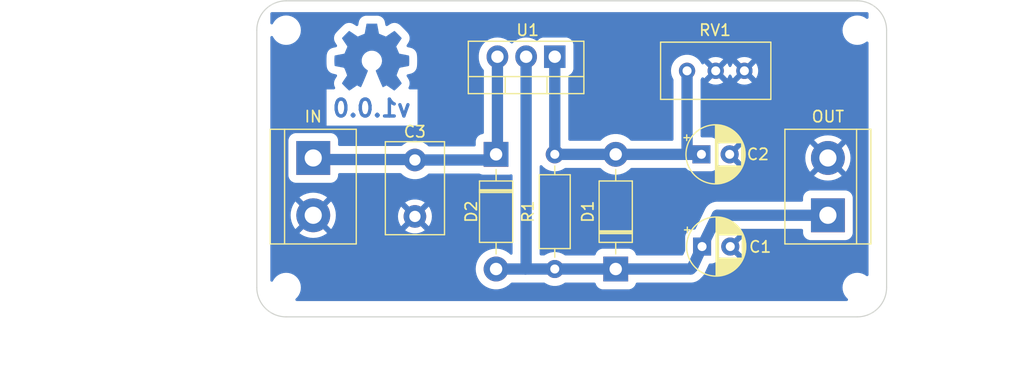
<source format=kicad_pcb>
(kicad_pcb (version 20221018) (generator pcbnew)
  (title_block (title "Voltage Regulator LM317T") (date "2023-08-16") (rev "1.0.0"))
  (layers (0 "F.Cu" power) (31 "B.Cu" mixed) (34 "B.Paste" user) (35 "F.Paste" user) (36 "B.SilkS" user "B.Silkscreen") (37 "F.SilkS" user "F.Silkscreen") (38 "B.Mask" user) (39 "F.Mask" user) (44 "Edge.Cuts" user))
  (net 0 "")
  (net 1 "/OUTPUT")
  (net 2 "GND")
  (net 3 "Net-(D1-A)")
  (net 4 "/INPUT")
  (footprint "Capacitor_THT:C_Disc_D8.0mm_W5.0mm_P5.00mm" (layer "F.Cu") (at 130.81 107.9 -90)
    (fp_text reference "C3" (at -2.5 0.01) (layer "F.SilkS"))
    (fp_text value "0.1uF")
    (fp_line (start -1.62 -2.62) (end -1.62 2.62) (stroke (width 0.12)) (layer "F.SilkS"))
    (fp_line (start -1.62 -2.62) (end 6.62 -2.62) (stroke (width 0.12)) (layer "F.SilkS"))
    (fp_line (start -1.62 2.62) (end 6.62 2.62) (stroke (width 0.12)) (layer "F.SilkS"))
    (fp_line (start 6.62 -2.62) (end 6.62 2.62) (stroke (width 0.12)) (layer "F.SilkS"))
    (pad "1" thru_hole circle (at 0 0 270) (size 2 2) (drill 1) (layers "*.Cu" "*.Mask") (net 4 "/INPUT"))
    (pad "2" thru_hole circle (at 5 0 270) (size 2 2) (drill 1) (layers "*.Cu" "*.Mask") (net 2 "GND"))
  )
  (footprint "MountingHole:MountingHole_2.1mm" (layer "F.Cu") (at 170 96.4)
    (fp_text reference "H1" hide)
    (fp_text value "MountingHole" hide)
    (pad "" np_thru_hole circle (at 0 0) (size 2.1 2.1) (drill 2.1) (layers "*.Cu" "*.Mask"))
  )
  (footprint "Package_TO_SOT_THT:TO-220-3_Vertical" (layer "F.Cu") (at 143.2 98.75 180)
    (fp_text reference "U1" (at 2.4 2.35) (layer "F.SilkS"))
    (fp_text value "LM317_TO-220" hide)
    (fp_line (start -2.58 -3.27) (end -2.58 1.371) (stroke (width 0.12)) (layer "F.SilkS"))
    (fp_line (start -2.58 -3.27) (end 7.66 -3.27) (stroke (width 0.12)) (layer "F.SilkS"))
    (fp_line (start -2.58 -1.76) (end 7.66 -1.76) (stroke (width 0.12)) (layer "F.SilkS"))
    (fp_line (start -2.58 1.371) (end 7.66 1.371) (stroke (width 0.12)) (layer "F.SilkS"))
    (fp_line (start 0.69 -3.27) (end 0.69 -1.76) (stroke (width 0.12)) (layer "F.SilkS"))
    (fp_line (start 4.391 -3.27) (end 4.391 -1.76) (stroke (width 0.12)) (layer "F.SilkS"))
    (fp_line (start 7.66 -3.27) (end 7.66 1.371) (stroke (width 0.12)) (layer "F.SilkS"))
    (pad "1" thru_hole rect (at 0 0 180) (size 1.905 2) (drill 1.1) (layers "*.Cu" "*.Mask") (net 3 "Net-(D1-A)"))
    (pad "2" thru_hole oval (at 2.54 0 180) (size 1.905 2) (drill 1.1) (layers "*.Cu" "*.Mask") (net 1 "/OUTPUT"))
    (pad "3" thru_hole oval (at 5.08 0 180) (size 1.905 2) (drill 1.1) (layers "*.Cu" "*.Mask") (net 4 "/INPUT"))
  )
  (footprint "Capacitor_THT:CP_Radial_D5.0mm_P2.50mm" (layer "F.Cu") (at 156.194888 107.4)
    (fp_text reference "C2" (at 5.005112 0) (layer "F.SilkS"))
    (fp_text value "10uF")
    (fp_line (start -1.554775 -1.475) (end -1.054775 -1.475) (stroke (width 0.12)) (layer "F.SilkS"))
    (fp_line (start -1.304775 -1.725) (end -1.304775 -1.225) (stroke (width 0.12)) (layer "F.SilkS"))
    (fp_line (start 1.25 -2.58) (end 1.25 2.58) (stroke (width 0.12)) (layer "F.SilkS"))
    (fp_line (start 1.29 -2.58) (end 1.29 2.58) (stroke (width 0.12)) (layer "F.SilkS"))
    (fp_line (start 1.33 -2.579) (end 1.33 2.579) (stroke (width 0.12)) (layer "F.SilkS"))
    (fp_line (start 1.37 -2.578) (end 1.37 2.578) (stroke (width 0.12)) (layer "F.SilkS"))
    (fp_line (start 1.41 -2.576) (end 1.41 2.576) (stroke (width 0.12)) (layer "F.SilkS"))
    (fp_line (start 1.45 -2.573) (end 1.45 2.573) (stroke (width 0.12)) (layer "F.SilkS"))
    (fp_line (start 1.49 -2.569) (end 1.49 -1.04) (stroke (width 0.12)) (layer "F.SilkS"))
    (fp_line (start 1.49 1.04) (end 1.49 2.569) (stroke (width 0.12)) (layer "F.SilkS"))
    (fp_line (start 1.53 -2.565) (end 1.53 -1.04) (stroke (width 0.12)) (layer "F.SilkS"))
    (fp_line (start 1.53 1.04) (end 1.53 2.565) (stroke (width 0.12)) (layer "F.SilkS"))
    (fp_line (start 1.57 -2.561) (end 1.57 -1.04) (stroke (width 0.12)) (layer "F.SilkS"))
    (fp_line (start 1.57 1.04) (end 1.57 2.561) (stroke (width 0.12)) (layer "F.SilkS"))
    (fp_line (start 1.61 -2.556) (end 1.61 -1.04) (stroke (width 0.12)) (layer "F.SilkS"))
    (fp_line (start 1.61 1.04) (end 1.61 2.556) (stroke (width 0.12)) (layer "F.SilkS"))
    (fp_line (start 1.65 -2.55) (end 1.65 -1.04) (stroke (width 0.12)) (layer "F.SilkS"))
    (fp_line (start 1.65 1.04) (end 1.65 2.55) (stroke (width 0.12)) (layer "F.SilkS"))
    (fp_line (start 1.69 -2.543) (end 1.69 -1.04) (stroke (width 0.12)) (layer "F.SilkS"))
    (fp_line (start 1.69 1.04) (end 1.69 2.543) (stroke (width 0.12)) (layer "F.SilkS"))
    (fp_line (start 1.73 -2.536) (end 1.73 -1.04) (stroke (width 0.12)) (layer "F.SilkS"))
    (fp_line (start 1.73 1.04) (end 1.73 2.536) (stroke (width 0.12)) (layer "F.SilkS"))
    (fp_line (start 1.77 -2.528) (end 1.77 -1.04) (stroke (width 0.12)) (layer "F.SilkS"))
    (fp_line (start 1.77 1.04) (end 1.77 2.528) (stroke (width 0.12)) (layer "F.SilkS"))
    (fp_line (start 1.81 -2.52) (end 1.81 -1.04) (stroke (width 0.12)) (layer "F.SilkS"))
    (fp_line (start 1.81 1.04) (end 1.81 2.52) (stroke (width 0.12)) (layer "F.SilkS"))
    (fp_line (start 1.85 -2.511) (end 1.85 -1.04) (stroke (width 0.12)) (layer "F.SilkS"))
    (fp_line (start 1.85 1.04) (end 1.85 2.511) (stroke (width 0.12)) (layer "F.SilkS"))
    (fp_line (start 1.89 -2.501) (end 1.89 -1.04) (stroke (width 0.12)) (layer "F.SilkS"))
    (fp_line (start 1.89 1.04) (end 1.89 2.501) (stroke (width 0.12)) (layer "F.SilkS"))
    (fp_line (start 1.93 -2.491) (end 1.93 -1.04) (stroke (width 0.12)) (layer "F.SilkS"))
    (fp_line (start 1.93 1.04) (end 1.93 2.491) (stroke (width 0.12)) (layer "F.SilkS"))
    (fp_line (start 1.971 -2.48) (end 1.971 -1.04) (stroke (width 0.12)) (layer "F.SilkS"))
    (fp_line (start 1.971 1.04) (end 1.971 2.48) (stroke (width 0.12)) (layer "F.SilkS"))
    (fp_line (start 2.011 -2.468) (end 2.011 -1.04) (stroke (width 0.12)) (layer "F.SilkS"))
    (fp_line (start 2.011 1.04) (end 2.011 2.468) (stroke (width 0.12)) (layer "F.SilkS"))
    (fp_line (start 2.051 -2.455) (end 2.051 -1.04) (stroke (width 0.12)) (layer "F.SilkS"))
    (fp_line (start 2.051 1.04) (end 2.051 2.455) (stroke (width 0.12)) (layer "F.SilkS"))
    (fp_line (start 2.091 -2.442) (end 2.091 -1.04) (stroke (width 0.12)) (layer "F.SilkS"))
    (fp_line (start 2.091 1.04) (end 2.091 2.442) (stroke (width 0.12)) (layer "F.SilkS"))
    (fp_line (start 2.131 -2.428) (end 2.131 -1.04) (stroke (width 0.12)) (layer "F.SilkS"))
    (fp_line (start 2.131 1.04) (end 2.131 2.428) (stroke (width 0.12)) (layer "F.SilkS"))
    (fp_line (start 2.171 -2.414) (end 2.171 -1.04) (stroke (width 0.12)) (layer "F.SilkS"))
    (fp_line (start 2.171 1.04) (end 2.171 2.414) (stroke (width 0.12)) (layer "F.SilkS"))
    (fp_line (start 2.211 -2.398) (end 2.211 -1.04) (stroke (width 0.12)) (layer "F.SilkS"))
    (fp_line (start 2.211 1.04) (end 2.211 2.398) (stroke (width 0.12)) (layer "F.SilkS"))
    (fp_line (start 2.251 -2.382) (end 2.251 -1.04) (stroke (width 0.12)) (layer "F.SilkS"))
    (fp_line (start 2.251 1.04) (end 2.251 2.382) (stroke (width 0.12)) (layer "F.SilkS"))
    (fp_line (start 2.291 -2.365) (end 2.291 -1.04) (stroke (width 0.12)) (layer "F.SilkS"))
    (fp_line (start 2.291 1.04) (end 2.291 2.365) (stroke (width 0.12)) (layer "F.SilkS"))
    (fp_line (start 2.331 -2.348) (end 2.331 -1.04) (stroke (width 0.12)) (layer "F.SilkS"))
    (fp_line (start 2.331 1.04) (end 2.331 2.348) (stroke (width 0.12)) (layer "F.SilkS"))
    (fp_line (start 2.371 -2.329) (end 2.371 -1.04) (stroke (width 0.12)) (layer "F.SilkS"))
    (fp_line (start 2.371 1.04) (end 2.371 2.329) (stroke (width 0.12)) (layer "F.SilkS"))
    (fp_line (start 2.411 -2.31) (end 2.411 -1.04) (stroke (width 0.12)) (layer "F.SilkS"))
    (fp_line (start 2.411 1.04) (end 2.411 2.31) (stroke (width 0.12)) (layer "F.SilkS"))
    (fp_line (start 2.451 -2.29) (end 2.451 -1.04) (stroke (width 0.12)) (layer "F.SilkS"))
    (fp_line (start 2.451 1.04) (end 2.451 2.29) (stroke (width 0.12)) (layer "F.SilkS"))
    (fp_line (start 2.491 -2.268) (end 2.491 -1.04) (stroke (width 0.12)) (layer "F.SilkS"))
    (fp_line (start 2.491 1.04) (end 2.491 2.268) (stroke (width 0.12)) (layer "F.SilkS"))
    (fp_line (start 2.531 -2.247) (end 2.531 -1.04) (stroke (width 0.12)) (layer "F.SilkS"))
    (fp_line (start 2.531 1.04) (end 2.531 2.247) (stroke (width 0.12)) (layer "F.SilkS"))
    (fp_line (start 2.571 -2.224) (end 2.571 -1.04) (stroke (width 0.12)) (layer "F.SilkS"))
    (fp_line (start 2.571 1.04) (end 2.571 2.224) (stroke (width 0.12)) (layer "F.SilkS"))
    (fp_line (start 2.611 -2.2) (end 2.611 -1.04) (stroke (width 0.12)) (layer "F.SilkS"))
    (fp_line (start 2.611 1.04) (end 2.611 2.2) (stroke (width 0.12)) (layer "F.SilkS"))
    (fp_line (start 2.651 -2.175) (end 2.651 -1.04) (stroke (width 0.12)) (layer "F.SilkS"))
    (fp_line (start 2.651 1.04) (end 2.651 2.175) (stroke (width 0.12)) (layer "F.SilkS"))
    (fp_line (start 2.691 -2.149) (end 2.691 -1.04) (stroke (width 0.12)) (layer "F.SilkS"))
    (fp_line (start 2.691 1.04) (end 2.691 2.149) (stroke (width 0.12)) (layer "F.SilkS"))
    (fp_line (start 2.731 -2.122) (end 2.731 -1.04) (stroke (width 0.12)) (layer "F.SilkS"))
    (fp_line (start 2.731 1.04) (end 2.731 2.122) (stroke (width 0.12)) (layer "F.SilkS"))
    (fp_line (start 2.771 -2.095) (end 2.771 -1.04) (stroke (width 0.12)) (layer "F.SilkS"))
    (fp_line (start 2.771 1.04) (end 2.771 2.095) (stroke (width 0.12)) (layer "F.SilkS"))
    (fp_line (start 2.811 -2.065) (end 2.811 -1.04) (stroke (width 0.12)) (layer "F.SilkS"))
    (fp_line (start 2.811 1.04) (end 2.811 2.065) (stroke (width 0.12)) (layer "F.SilkS"))
    (fp_line (start 2.851 -2.035) (end 2.851 -1.04) (stroke (width 0.12)) (layer "F.SilkS"))
    (fp_line (start 2.851 1.04) (end 2.851 2.035) (stroke (width 0.12)) (layer "F.SilkS"))
    (fp_line (start 2.891 -2.004) (end 2.891 -1.04) (stroke (width 0.12)) (layer "F.SilkS"))
    (fp_line (start 2.891 1.04) (end 2.891 2.004) (stroke (width 0.12)) (layer "F.SilkS"))
    (fp_line (start 2.931 -1.971) (end 2.931 -1.04) (stroke (width 0.12)) (layer "F.SilkS"))
    (fp_line (start 2.931 1.04) (end 2.931 1.971) (stroke (width 0.12)) (layer "F.SilkS"))
    (fp_line (start 2.971 -1.937) (end 2.971 -1.04) (stroke (width 0.12)) (layer "F.SilkS"))
    (fp_line (start 2.971 1.04) (end 2.971 1.937) (stroke (width 0.12)) (layer "F.SilkS"))
    (fp_line (start 3.011 -1.901) (end 3.011 -1.04) (stroke (width 0.12)) (layer "F.SilkS"))
    (fp_line (start 3.011 1.04) (end 3.011 1.901) (stroke (width 0.12)) (layer "F.SilkS"))
    (fp_line (start 3.051 -1.864) (end 3.051 -1.04) (stroke (width 0.12)) (layer "F.SilkS"))
    (fp_line (start 3.051 1.04) (end 3.051 1.864) (stroke (width 0.12)) (layer "F.SilkS"))
    (fp_line (start 3.091 -1.826) (end 3.091 -1.04) (stroke (width 0.12)) (layer "F.SilkS"))
    (fp_line (start 3.091 1.04) (end 3.091 1.826) (stroke (width 0.12)) (layer "F.SilkS"))
    (fp_line (start 3.131 -1.785) (end 3.131 -1.04) (stroke (width 0.12)) (layer "F.SilkS"))
    (fp_line (start 3.131 1.04) (end 3.131 1.785) (stroke (width 0.12)) (layer "F.SilkS"))
    (fp_line (start 3.171 -1.743) (end 3.171 -1.04) (stroke (width 0.12)) (layer "F.SilkS"))
    (fp_line (start 3.171 1.04) (end 3.171 1.743) (stroke (width 0.12)) (layer "F.SilkS"))
    (fp_line (start 3.211 -1.699) (end 3.211 -1.04) (stroke (width 0.12)) (layer "F.SilkS"))
    (fp_line (start 3.211 1.04) (end 3.211 1.699) (stroke (width 0.12)) (layer "F.SilkS"))
    (fp_line (start 3.251 -1.653) (end 3.251 -1.04) (stroke (width 0.12)) (layer "F.SilkS"))
    (fp_line (start 3.251 1.04) (end 3.251 1.653) (stroke (width 0.12)) (layer "F.SilkS"))
    (fp_line (start 3.291 -1.605) (end 3.291 -1.04) (stroke (width 0.12)) (layer "F.SilkS"))
    (fp_line (start 3.291 1.04) (end 3.291 1.605) (stroke (width 0.12)) (layer "F.SilkS"))
    (fp_line (start 3.331 -1.554) (end 3.331 -1.04) (stroke (width 0.12)) (layer "F.SilkS"))
    (fp_line (start 3.331 1.04) (end 3.331 1.554) (stroke (width 0.12)) (layer "F.SilkS"))
    (fp_line (start 3.371 -1.5) (end 3.371 -1.04) (stroke (width 0.12)) (layer "F.SilkS"))
    (fp_line (start 3.371 1.04) (end 3.371 1.5) (stroke (width 0.12)) (layer "F.SilkS"))
    (fp_line (start 3.411 -1.443) (end 3.411 -1.04) (stroke (width 0.12)) (layer "F.SilkS"))
    (fp_line (start 3.411 1.04) (end 3.411 1.443) (stroke (width 0.12)) (layer "F.SilkS"))
    (fp_line (start 3.451 -1.383) (end 3.451 -1.04) (stroke (width 0.12)) (layer "F.SilkS"))
    (fp_line (start 3.451 1.04) (end 3.451 1.383) (stroke (width 0.12)) (layer "F.SilkS"))
    (fp_line (start 3.491 -1.319) (end 3.491 -1.04) (stroke (width 0.12)) (layer "F.SilkS"))
    (fp_line (start 3.491 1.04) (end 3.491 1.319) (stroke (width 0.12)) (layer "F.SilkS"))
    (fp_line (start 3.531 -1.251) (end 3.531 -1.04) (stroke (width 0.12)) (layer "F.SilkS"))
    (fp_line (start 3.531 1.04) (end 3.531 1.251) (stroke (width 0.12)) (layer "F.SilkS"))
    (fp_line (start 3.571 -1.178) (end 3.571 1.178) (stroke (width 0.12)) (layer "F.SilkS"))
    (fp_line (start 3.611 -1.098) (end 3.611 1.098) (stroke (width 0.12)) (layer "F.SilkS"))
    (fp_line (start 3.651 -1.011) (end 3.651 1.011) (stroke (width 0.12)) (layer "F.SilkS"))
    (fp_line (start 3.691 -0.915) (end 3.691 0.915) (stroke (width 0.12)) (layer "F.SilkS"))
    (fp_line (start 3.731 -0.805) (end 3.731 0.805) (stroke (width 0.12)) (layer "F.SilkS"))
    (fp_line (start 3.771 -0.677) (end 3.771 0.677) (stroke (width 0.12)) (layer "F.SilkS"))
    (fp_line (start 3.811 -0.518) (end 3.811 0.518) (stroke (width 0.12)) (layer "F.SilkS"))
    (fp_line (start 3.851 -0.284) (end 3.851 0.284) (stroke (width 0.12)) (layer "F.SilkS"))
    (fp_circle (center 1.25 0) (end 3.87 0) (stroke (width 0.12)) (fill none) (layer "F.SilkS"))
    (pad "1" thru_hole rect (at 0 0) (size 1.6 1.6) (drill 0.8) (layers "*.Cu" "*.Mask") (net 3 "Net-(D1-A)"))
    (pad "2" thru_hole circle (at 2.5 0) (size 1.6 1.6) (drill 0.8) (layers "*.Cu" "*.Mask") (net 2 "GND"))
  )
  (footprint "TerminalBlock:TerminalBlock_bornier-2_P5.08mm" (layer "F.Cu") (at 167.4 112.8 90)
    (fp_text reference "J2" hide)
    (fp_text value "OUT" (at 8.74 0) (layer "F.SilkS"))
    (fp_line (start -2.54 -3.81) (end -2.54 3.81) (stroke (width 0.12)) (layer "F.SilkS"))
    (fp_line (start -2.54 3.81) (end 7.62 3.81) (stroke (width 0.12)) (layer "F.SilkS"))
    (fp_line (start 7.62 -3.81) (end -2.54 -3.81) (stroke (width 0.12)) (layer "F.SilkS"))
    (fp_line (start 7.62 2.54) (end -2.54 2.54) (stroke (width 0.12)) (layer "F.SilkS"))
    (fp_line (start 7.62 3.81) (end 7.62 -3.81) (stroke (width 0.12)) (layer "F.SilkS"))
    (pad "1" thru_hole rect (at 0 0 90) (size 3 3) (drill 1.52) (layers "*.Cu" "*.Mask") (net 1 "/OUTPUT"))
    (pad "2" thru_hole circle (at 5.08 0 90) (size 3 3) (drill 1.52) (layers "*.Cu" "*.Mask") (net 2 "GND"))
  )
  (footprint "MountingHole:MountingHole_2.1mm" (layer "F.Cu") (at 170 119.2)
    (fp_text reference "H4" hide)
    (fp_text value "MountingHole" hide)
    (pad "" np_thru_hole circle (at 0 0) (size 2.1 2.1) (drill 2.1) (layers "*.Cu" "*.Mask"))
  )
  (footprint "MountingHole:MountingHole_2.1mm" (layer "F.Cu") (at 119.4 96.4)
    (fp_text reference "H2" hide)
    (fp_text value "MountingHole" hide)
    (pad "" np_thru_hole circle (at 0 0) (size 2.1 2.1) (drill 2.1) (layers "*.Cu" "*.Mask"))
  )
  (footprint "Diode_THT:D_DO-41_SOD81_P10.16mm_Horizontal" (layer "F.Cu") (at 148.6 117.56 90)
    (fp_text reference "D1" (at 5.08 -2.47 90) (layer "F.SilkS"))
    (fp_text value "1N4001")
    (fp_line (start 1.34 0) (end 2.36 0) (stroke (width 0.12)) (layer "F.SilkS"))
    (fp_line (start 2.36 -1.47) (end 2.36 1.47) (stroke (width 0.12)) (layer "F.SilkS"))
    (fp_line (start 2.36 1.47) (end 7.8 1.47) (stroke (width 0.12)) (layer "F.SilkS"))
    (fp_line (start 3.14 -1.47) (end 3.14 1.47) (stroke (width 0.12)) (layer "F.SilkS"))
    (fp_line (start 3.26 -1.47) (end 3.26 1.47) (stroke (width 0.12)) (layer "F.SilkS"))
    (fp_line (start 3.38 -1.47) (end 3.38 1.47) (stroke (width 0.12)) (layer "F.SilkS"))
    (fp_line (start 7.8 -1.47) (end 2.36 -1.47) (stroke (width 0.12)) (layer "F.SilkS"))
    (fp_line (start 7.8 1.47) (end 7.8 -1.47) (stroke (width 0.12)) (layer "F.SilkS"))
    (fp_line (start 8.82 0) (end 7.8 0) (stroke (width 0.12)) (layer "F.SilkS"))
    (pad "1" thru_hole rect (at 0 0 90) (size 2.2 2.2) (drill 1.1) (layers "*.Cu" "*.Mask") (net 1 "/OUTPUT"))
    (pad "2" thru_hole oval (at 10.16 0 90) (size 2.2 2.2) (drill 1.1) (layers "*.Cu" "*.Mask") (net 3 "Net-(D1-A)"))
  )
  (footprint "Capacitor_THT:CP_Radial_D5.0mm_P2.50mm" (layer "F.Cu") (at 156.25 115.57)
    (fp_text reference "C1" (at 5.15 0.03) (layer "F.SilkS"))
    (fp_text value "1uF")
    (fp_line (start -1.554775 -1.475) (end -1.054775 -1.475) (stroke (width 0.12)) (layer "F.SilkS"))
    (fp_line (start -1.304775 -1.725) (end -1.304775 -1.225) (stroke (width 0.12)) (layer "F.SilkS"))
    (fp_line (start 1.25 -2.58) (end 1.25 2.58) (stroke (width 0.12)) (layer "F.SilkS"))
    (fp_line (start 1.29 -2.58) (end 1.29 2.58) (stroke (width 0.12)) (layer "F.SilkS"))
    (fp_line (start 1.33 -2.579) (end 1.33 2.579) (stroke (width 0.12)) (layer "F.SilkS"))
    (fp_line (start 1.37 -2.578) (end 1.37 2.578) (stroke (width 0.12)) (layer "F.SilkS"))
    (fp_line (start 1.41 -2.576) (end 1.41 2.576) (stroke (width 0.12)) (layer "F.SilkS"))
    (fp_line (start 1.45 -2.573) (end 1.45 2.573) (stroke (width 0.12)) (layer "F.SilkS"))
    (fp_line (start 1.49 -2.569) (end 1.49 -1.04) (stroke (width 0.12)) (layer "F.SilkS"))
    (fp_line (start 1.49 1.04) (end 1.49 2.569) (stroke (width 0.12)) (layer "F.SilkS"))
    (fp_line (start 1.53 -2.565) (end 1.53 -1.04) (stroke (width 0.12)) (layer "F.SilkS"))
    (fp_line (start 1.53 1.04) (end 1.53 2.565) (stroke (width 0.12)) (layer "F.SilkS"))
    (fp_line (start 1.57 -2.561) (end 1.57 -1.04) (stroke (width 0.12)) (layer "F.SilkS"))
    (fp_line (start 1.57 1.04) (end 1.57 2.561) (stroke (width 0.12)) (layer "F.SilkS"))
    (fp_line (start 1.61 -2.556) (end 1.61 -1.04) (stroke (width 0.12)) (layer "F.SilkS"))
    (fp_line (start 1.61 1.04) (end 1.61 2.556) (stroke (width 0.12)) (layer "F.SilkS"))
    (fp_line (start 1.65 -2.55) (end 1.65 -1.04) (stroke (width 0.12)) (layer "F.SilkS"))
    (fp_line (start 1.65 1.04) (end 1.65 2.55) (stroke (width 0.12)) (layer "F.SilkS"))
    (fp_line (start 1.69 -2.543) (end 1.69 -1.04) (stroke (width 0.12)) (layer "F.SilkS"))
    (fp_line (start 1.69 1.04) (end 1.69 2.543) (stroke (width 0.12)) (layer "F.SilkS"))
    (fp_line (start 1.73 -2.536) (end 1.73 -1.04) (stroke (width 0.12)) (layer "F.SilkS"))
    (fp_line (start 1.73 1.04) (end 1.73 2.536) (stroke (width 0.12)) (layer "F.SilkS"))
    (fp_line (start 1.77 -2.528) (end 1.77 -1.04) (stroke (width 0.12)) (layer "F.SilkS"))
    (fp_line (start 1.77 1.04) (end 1.77 2.528) (stroke (width 0.12)) (layer "F.SilkS"))
    (fp_line (start 1.81 -2.52) (end 1.81 -1.04) (stroke (width 0.12)) (layer "F.SilkS"))
    (fp_line (start 1.81 1.04) (end 1.81 2.52) (stroke (width 0.12)) (layer "F.SilkS"))
    (fp_line (start 1.85 -2.511) (end 1.85 -1.04) (stroke (width 0.12)) (layer "F.SilkS"))
    (fp_line (start 1.85 1.04) (end 1.85 2.511) (stroke (width 0.12)) (layer "F.SilkS"))
    (fp_line (start 1.89 -2.501) (end 1.89 -1.04) (stroke (width 0.12)) (layer "F.SilkS"))
    (fp_line (start 1.89 1.04) (end 1.89 2.501) (stroke (width 0.12)) (layer "F.SilkS"))
    (fp_line (start 1.93 -2.491) (end 1.93 -1.04) (stroke (width 0.12)) (layer "F.SilkS"))
    (fp_line (start 1.93 1.04) (end 1.93 2.491) (stroke (width 0.12)) (layer "F.SilkS"))
    (fp_line (start 1.971 -2.48) (end 1.971 -1.04) (stroke (width 0.12)) (layer "F.SilkS"))
    (fp_line (start 1.971 1.04) (end 1.971 2.48) (stroke (width 0.12)) (layer "F.SilkS"))
    (fp_line (start 2.011 -2.468) (end 2.011 -1.04) (stroke (width 0.12)) (layer "F.SilkS"))
    (fp_line (start 2.011 1.04) (end 2.011 2.468) (stroke (width 0.12)) (layer "F.SilkS"))
    (fp_line (start 2.051 -2.455) (end 2.051 -1.04) (stroke (width 0.12)) (layer "F.SilkS"))
    (fp_line (start 2.051 1.04) (end 2.051 2.455) (stroke (width 0.12)) (layer "F.SilkS"))
    (fp_line (start 2.091 -2.442) (end 2.091 -1.04) (stroke (width 0.12)) (layer "F.SilkS"))
    (fp_line (start 2.091 1.04) (end 2.091 2.442) (stroke (width 0.12)) (layer "F.SilkS"))
    (fp_line (start 2.131 -2.428) (end 2.131 -1.04) (stroke (width 0.12)) (layer "F.SilkS"))
    (fp_line (start 2.131 1.04) (end 2.131 2.428) (stroke (width 0.12)) (layer "F.SilkS"))
    (fp_line (start 2.171 -2.414) (end 2.171 -1.04) (stroke (width 0.12)) (layer "F.SilkS"))
    (fp_line (start 2.171 1.04) (end 2.171 2.414) (stroke (width 0.12)) (layer "F.SilkS"))
    (fp_line (start 2.211 -2.398) (end 2.211 -1.04) (stroke (width 0.12)) (layer "F.SilkS"))
    (fp_line (start 2.211 1.04) (end 2.211 2.398) (stroke (width 0.12)) (layer "F.SilkS"))
    (fp_line (start 2.251 -2.382) (end 2.251 -1.04) (stroke (width 0.12)) (layer "F.SilkS"))
    (fp_line (start 2.251 1.04) (end 2.251 2.382) (stroke (width 0.12)) (layer "F.SilkS"))
    (fp_line (start 2.291 -2.365) (end 2.291 -1.04) (stroke (width 0.12)) (layer "F.SilkS"))
    (fp_line (start 2.291 1.04) (end 2.291 2.365) (stroke (width 0.12)) (layer "F.SilkS"))
    (fp_line (start 2.331 -2.348) (end 2.331 -1.04) (stroke (width 0.12)) (layer "F.SilkS"))
    (fp_line (start 2.331 1.04) (end 2.331 2.348) (stroke (width 0.12)) (layer "F.SilkS"))
    (fp_line (start 2.371 -2.329) (end 2.371 -1.04) (stroke (width 0.12)) (layer "F.SilkS"))
    (fp_line (start 2.371 1.04) (end 2.371 2.329) (stroke (width 0.12)) (layer "F.SilkS"))
    (fp_line (start 2.411 -2.31) (end 2.411 -1.04) (stroke (width 0.12)) (layer "F.SilkS"))
    (fp_line (start 2.411 1.04) (end 2.411 2.31) (stroke (width 0.12)) (layer "F.SilkS"))
    (fp_line (start 2.451 -2.29) (end 2.451 -1.04) (stroke (width 0.12)) (layer "F.SilkS"))
    (fp_line (start 2.451 1.04) (end 2.451 2.29) (stroke (width 0.12)) (layer "F.SilkS"))
    (fp_line (start 2.491 -2.268) (end 2.491 -1.04) (stroke (width 0.12)) (layer "F.SilkS"))
    (fp_line (start 2.491 1.04) (end 2.491 2.268) (stroke (width 0.12)) (layer "F.SilkS"))
    (fp_line (start 2.531 -2.247) (end 2.531 -1.04) (stroke (width 0.12)) (layer "F.SilkS"))
    (fp_line (start 2.531 1.04) (end 2.531 2.247) (stroke (width 0.12)) (layer "F.SilkS"))
    (fp_line (start 2.571 -2.224) (end 2.571 -1.04) (stroke (width 0.12)) (layer "F.SilkS"))
    (fp_line (start 2.571 1.04) (end 2.571 2.224) (stroke (width 0.12)) (layer "F.SilkS"))
    (fp_line (start 2.611 -2.2) (end 2.611 -1.04) (stroke (width 0.12)) (layer "F.SilkS"))
    (fp_line (start 2.611 1.04) (end 2.611 2.2) (stroke (width 0.12)) (layer "F.SilkS"))
    (fp_line (start 2.651 -2.175) (end 2.651 -1.04) (stroke (width 0.12)) (layer "F.SilkS"))
    (fp_line (start 2.651 1.04) (end 2.651 2.175) (stroke (width 0.12)) (layer "F.SilkS"))
    (fp_line (start 2.691 -2.149) (end 2.691 -1.04) (stroke (width 0.12)) (layer "F.SilkS"))
    (fp_line (start 2.691 1.04) (end 2.691 2.149) (stroke (width 0.12)) (layer "F.SilkS"))
    (fp_line (start 2.731 -2.122) (end 2.731 -1.04) (stroke (width 0.12)) (layer "F.SilkS"))
    (fp_line (start 2.731 1.04) (end 2.731 2.122) (stroke (width 0.12)) (layer "F.SilkS"))
    (fp_line (start 2.771 -2.095) (end 2.771 -1.04) (stroke (width 0.12)) (layer "F.SilkS"))
    (fp_line (start 2.771 1.04) (end 2.771 2.095) (stroke (width 0.12)) (layer "F.SilkS"))
    (fp_line (start 2.811 -2.065) (end 2.811 -1.04) (stroke (width 0.12)) (layer "F.SilkS"))
    (fp_line (start 2.811 1.04) (end 2.811 2.065) (stroke (width 0.12)) (layer "F.SilkS"))
    (fp_line (start 2.851 -2.035) (end 2.851 -1.04) (stroke (width 0.12)) (layer "F.SilkS"))
    (fp_line (start 2.851 1.04) (end 2.851 2.035) (stroke (width 0.12)) (layer "F.SilkS"))
    (fp_line (start 2.891 -2.004) (end 2.891 -1.04) (stroke (width 0.12)) (layer "F.SilkS"))
    (fp_line (start 2.891 1.04) (end 2.891 2.004) (stroke (width 0.12)) (layer "F.SilkS"))
    (fp_line (start 2.931 -1.971) (end 2.931 -1.04) (stroke (width 0.12)) (layer "F.SilkS"))
    (fp_line (start 2.931 1.04) (end 2.931 1.971) (stroke (width 0.12)) (layer "F.SilkS"))
    (fp_line (start 2.971 -1.937) (end 2.971 -1.04) (stroke (width 0.12)) (layer "F.SilkS"))
    (fp_line (start 2.971 1.04) (end 2.971 1.937) (stroke (width 0.12)) (layer "F.SilkS"))
    (fp_line (start 3.011 -1.901) (end 3.011 -1.04) (stroke (width 0.12)) (layer "F.SilkS"))
    (fp_line (start 3.011 1.04) (end 3.011 1.901) (stroke (width 0.12)) (layer "F.SilkS"))
    (fp_line (start 3.051 -1.864) (end 3.051 -1.04) (stroke (width 0.12)) (layer "F.SilkS"))
    (fp_line (start 3.051 1.04) (end 3.051 1.864) (stroke (width 0.12)) (layer "F.SilkS"))
    (fp_line (start 3.091 -1.826) (end 3.091 -1.04) (stroke (width 0.12)) (layer "F.SilkS"))
    (fp_line (start 3.091 1.04) (end 3.091 1.826) (stroke (width 0.12)) (layer "F.SilkS"))
    (fp_line (start 3.131 -1.785) (end 3.131 -1.04) (stroke (width 0.12)) (layer "F.SilkS"))
    (fp_line (start 3.131 1.04) (end 3.131 1.785) (stroke (width 0.12)) (layer "F.SilkS"))
    (fp_line (start 3.171 -1.743) (end 3.171 -1.04) (stroke (width 0.12)) (layer "F.SilkS"))
    (fp_line (start 3.171 1.04) (end 3.171 1.743) (stroke (width 0.12)) (layer "F.SilkS"))
    (fp_line (start 3.211 -1.699) (end 3.211 -1.04) (stroke (width 0.12)) (layer "F.SilkS"))
    (fp_line (start 3.211 1.04) (end 3.211 1.699) (stroke (width 0.12)) (layer "F.SilkS"))
    (fp_line (start 3.251 -1.653) (end 3.251 -1.04) (stroke (width 0.12)) (layer "F.SilkS"))
    (fp_line (start 3.251 1.04) (end 3.251 1.653) (stroke (width 0.12)) (layer "F.SilkS"))
    (fp_line (start 3.291 -1.605) (end 3.291 -1.04) (stroke (width 0.12)) (layer "F.SilkS"))
    (fp_line (start 3.291 1.04) (end 3.291 1.605) (stroke (width 0.12)) (layer "F.SilkS"))
    (fp_line (start 3.331 -1.554) (end 3.331 -1.04) (stroke (width 0.12)) (layer "F.SilkS"))
    (fp_line (start 3.331 1.04) (end 3.331 1.554) (stroke (width 0.12)) (layer "F.SilkS"))
    (fp_line (start 3.371 -1.5) (end 3.371 -1.04) (stroke (width 0.12)) (layer "F.SilkS"))
    (fp_line (start 3.371 1.04) (end 3.371 1.5) (stroke (width 0.12)) (layer "F.SilkS"))
    (fp_line (start 3.411 -1.443) (end 3.411 -1.04) (stroke (width 0.12)) (layer "F.SilkS"))
    (fp_line (start 3.411 1.04) (end 3.411 1.443) (stroke (width 0.12)) (layer "F.SilkS"))
    (fp_line (start 3.451 -1.383) (end 3.451 -1.04) (stroke (width 0.12)) (layer "F.SilkS"))
    (fp_line (start 3.451 1.04) (end 3.451 1.383) (stroke (width 0.12)) (layer "F.SilkS"))
    (fp_line (start 3.491 -1.319) (end 3.491 -1.04) (stroke (width 0.12)) (layer "F.SilkS"))
    (fp_line (start 3.491 1.04) (end 3.491 1.319) (stroke (width 0.12)) (layer "F.SilkS"))
    (fp_line (start 3.531 -1.251) (end 3.531 -1.04) (stroke (width 0.12)) (layer "F.SilkS"))
    (fp_line (start 3.531 1.04) (end 3.531 1.251) (stroke (width 0.12)) (layer "F.SilkS"))
    (fp_line (start 3.571 -1.178) (end 3.571 1.178) (stroke (width 0.12)) (layer "F.SilkS"))
    (fp_line (start 3.611 -1.098) (end 3.611 1.098) (stroke (width 0.12)) (layer "F.SilkS"))
    (fp_line (start 3.651 -1.011) (end 3.651 1.011) (stroke (width 0.12)) (layer "F.SilkS"))
    (fp_line (start 3.691 -0.915) (end 3.691 0.915) (stroke (width 0.12)) (layer "F.SilkS"))
    (fp_line (start 3.731 -0.805) (end 3.731 0.805) (stroke (width 0.12)) (layer "F.SilkS"))
    (fp_line (start 3.771 -0.677) (end 3.771 0.677) (stroke (width 0.12)) (layer "F.SilkS"))
    (fp_line (start 3.811 -0.518) (end 3.811 0.518) (stroke (width 0.12)) (layer "F.SilkS"))
    (fp_line (start 3.851 -0.284) (end 3.851 0.284) (stroke (width 0.12)) (layer "F.SilkS"))
    (fp_circle (center 1.25 0) (end 3.87 0) (stroke (width 0.12)) (fill none) (layer "F.SilkS"))
    (pad "1" thru_hole rect (at 0 0) (size 1.6 1.6) (drill 0.8) (layers "*.Cu" "*.Mask") (net 1 "/OUTPUT"))
    (pad "2" thru_hole circle (at 2.5 0) (size 1.6 1.6) (drill 0.8) (layers "*.Cu" "*.Mask") (net 2 "GND"))
  )
  (footprint "Potentiometer_THT:Potentiometer_Bourns_3296W_Vertical" (layer "F.Cu") (at 154.92 100 180)
    (fp_text reference "RV1" (at -2.48 3.6) (layer "F.SilkS"))
    (fp_text value "5k")
    (fp_line (start -7.425 -2.53) (end -7.425 2.54) (stroke (width 0.12)) (layer "F.SilkS"))
    (fp_line (start -7.425 -2.53) (end 2.345 -2.53) (stroke (width 0.12)) (layer "F.SilkS"))
    (fp_line (start -7.425 2.54) (end 2.345 2.54) (stroke (width 0.12)) (layer "F.SilkS"))
    (fp_line (start 2.345 -2.53) (end 2.345 2.54) (stroke (width 0.12)) (layer "F.SilkS"))
    (pad "1" thru_hole circle (at 0 0 180) (size 1.44 1.44) (drill 0.8) (layers "*.Cu" "*.Mask") (net 3 "Net-(D1-A)"))
    (pad "2" thru_hole circle (at -2.54 0 180) (size 1.44 1.44) (drill 0.8) (layers "*.Cu" "*.Mask") (net 2 "GND"))
    (pad "3" thru_hole circle (at -5.08 0 180) (size 1.44 1.44) (drill 0.8) (layers "*.Cu" "*.Mask") (net 2 "GND"))
  )
  (footprint "MountingHole:MountingHole_2.1mm" (layer "F.Cu") (at 119.4 119.2)
    (fp_text reference "H3" hide)
    (fp_text value "MountingHole" hide)
    (pad "" np_thru_hole circle (at 0 0) (size 2.1 2.1) (drill 2.1) (layers "*.Cu" "*.Mask"))
  )
  (footprint "Diode_THT:D_DO-41_SOD81_P10.16mm_Horizontal" (layer "F.Cu") (at 138 107.4 -90)
    (fp_text reference "D2" (at 5.08 2.2 90) (layer "F.SilkS"))
    (fp_text value "1N4001")
    (fp_line (start 1.34 0) (end 2.36 0) (stroke (width 0.12)) (layer "F.SilkS"))
    (fp_line (start 2.36 -1.47) (end 2.36 1.47) (stroke (width 0.12)) (layer "F.SilkS"))
    (fp_line (start 2.36 1.47) (end 7.8 1.47) (stroke (width 0.12)) (layer "F.SilkS"))
    (fp_line (start 3.14 -1.47) (end 3.14 1.47) (stroke (width 0.12)) (layer "F.SilkS"))
    (fp_line (start 3.26 -1.47) (end 3.26 1.47) (stroke (width 0.12)) (layer "F.SilkS"))
    (fp_line (start 3.38 -1.47) (end 3.38 1.47) (stroke (width 0.12)) (layer "F.SilkS"))
    (fp_line (start 7.8 -1.47) (end 2.36 -1.47) (stroke (width 0.12)) (layer "F.SilkS"))
    (fp_line (start 7.8 1.47) (end 7.8 -1.47) (stroke (width 0.12)) (layer "F.SilkS"))
    (fp_line (start 8.82 0) (end 7.8 0) (stroke (width 0.12)) (layer "F.SilkS"))
    (pad "1" thru_hole rect (at 0 0 270) (size 2.2 2.2) (drill 1.1) (layers "*.Cu" "*.Mask") (net 4 "/INPUT"))
    (pad "2" thru_hole oval (at 10.16 0 270) (size 2.2 2.2) (drill 1.1) (layers "*.Cu" "*.Mask") (net 1 "/OUTPUT"))
  )
  (footprint "Resistor_THT:R_Axial_DIN0207_L6.3mm_D2.5mm_P10.16mm_Horizontal" (layer "F.Cu") (at 143.2 117.56 90)
    (fp_text reference "R1" (at 5.08 -2.37 90) (layer "F.SilkS"))
    (fp_text value "240")
    (fp_line (start 1.04 0) (end 1.81 0) (stroke (width 0.12)) (layer "F.SilkS"))
    (fp_line (start 1.81 -1.37) (end 1.81 1.37) (stroke (width 0.12)) (layer "F.SilkS"))
    (fp_line (start 1.81 1.37) (end 8.35 1.37) (stroke (width 0.12)) (layer "F.SilkS"))
    (fp_line (start 8.35 -1.37) (end 1.81 -1.37) (stroke (width 0.12)) (layer "F.SilkS"))
    (fp_line (start 8.35 1.37) (end 8.35 -1.37) (stroke (width 0.12)) (layer "F.SilkS"))
    (fp_line (start 9.12 0) (end 8.35 0) (stroke (width 0.12)) (layer "F.SilkS"))
    (pad "1" thru_hole circle (at 0 0 90) (size 1.6 1.6) (drill 0.8) (layers "*.Cu" "*.Mask") (net 1 "/OUTPUT"))
    (pad "2" thru_hole oval (at 10.16 0 90) (size 1.6 1.6) (drill 0.8) (layers "*.Cu" "*.Mask") (net 3 "Net-(D1-A)"))
  )
  (footprint "TerminalBlock:TerminalBlock_bornier-2_P5.08mm" (layer "F.Cu") (at 121.8 107.72 -90)
    (fp_text reference "J1" hide)
    (fp_text value "IN" (at -3.66 0) (layer "F.SilkS"))
    (fp_line (start -2.54 -3.81) (end -2.54 3.81) (stroke (width 0.12)) (layer "F.SilkS"))
    (fp_line (start -2.54 3.81) (end 7.62 3.81) (stroke (width 0.12)) (layer "F.SilkS"))
    (fp_line (start 7.62 -3.81) (end -2.54 -3.81) (stroke (width 0.12)) (layer "F.SilkS"))
    (fp_line (start 7.62 2.54) (end -2.54 2.54) (stroke (width 0.12)) (layer "F.SilkS"))
    (fp_line (start 7.62 3.81) (end 7.62 -3.81) (stroke (width 0.12)) (layer "F.SilkS"))
    (pad "1" thru_hole rect (at 0 0 270) (size 3 3) (drill 1.52) (layers "*.Cu" "*.Mask") (net 4 "/INPUT"))
    (pad "2" thru_hole circle (at 5.08 0 270) (size 3 3) (drill 1.52) (layers "*.Cu" "*.Mask") (net 2 "GND"))
  )
  (footprint "Symbol:OSHW-Symbol_6.7x6mm_Copper" (layer "B.Cu") (at 127 98.8 180)
    (fp_text reference "SYM1" hide)
    (fp_text value "Logo_Open_Hardware_Small" hide)
    (fp_poly (pts (xy 0.555814 2.531069) (xy 0.639635 2.086445) (xy 0.94892 1.958947) (xy 1.258206 1.831449) (xy 1.629246 2.083754) (xy 1.733157 2.154004) (xy 1.827087 2.216728) (xy 1.906652 2.269062) (xy 1.96747 2.308143) (xy 2.005157 2.331107) (xy 2.015421 2.336058) (xy 2.03391 2.323324) (xy 2.07342 2.288118) (xy 2.129522 2.234938) (xy 2.197787 2.168282) (xy 2.273786 2.092646) (xy 2.353092 2.012528) (xy 2.431275 1.932426) (xy 2.503907 1.856836) (xy 2.566559 1.790255) (xy 2.614803 1.737182) (xy 2.64421 1.702113) (xy 2.651241 1.690377) (xy 2.641123 1.66874) (xy 2.612759 1.621338) (xy 2.569129 1.552807) (xy 2.513218 1.467785) (xy 2.448006 1.370907) (xy 2.410219 1.31565) (xy 2.341343 1.214752) (xy 2.28014 1.123701) (xy 2.229578 1.04703) (xy 2.192628 0.989272) (xy 2.172258 0.954957) (xy 2.169197 0.947746) (xy 2.176136 0.927252) (xy 2.195051 0.879487) (xy 2.223087 0.811168) (xy 2.257391 0.729011) (xy 2.295109 0.63973) (xy 2.333387 0.550042) (xy 2.36937 0.466662) (xy 2.400206 0.396306) (xy 2.423039 0.34569) (xy 2.435017 0.321529) (xy 2.435724 0.320578) (xy 2.454531 0.315964) (xy 2.504618 0.305672) (xy 2.580793 0.290713) (xy 2.677865 0.272099) (xy 2.790643 0.250841) (xy 2.856442 0.238582) (xy 2.97695 0.215638) (xy 3.085797 0.193805) (xy 3.177476 0.174278) (xy 3.246481 0.158252) (xy 3.287304 0.146921) (xy 3.295511 0.143326) (xy 3.303548 0.118994) (xy 3.310033 0.064041) (xy 3.31497 -0.015108) (xy 3.318364 -0.112026) (xy 3.320218 -0.220287) (xy 3.320538 -0.333465) (xy 3.319327 -0.445135) (xy 3.31659 -0.548868) (xy 3.312331 -0.638241) (xy 3.306555 -0.706826) (xy 3.299267 -0.748197) (xy 3.294895 -0.75681) (xy 3.268764 -0.767133) (xy 3.213393 -0.781892) (xy 3.136107 -0.799352) (xy 3.04423 -0.81778) (xy 3.012158 -0.823741) (xy 2.857524 -0.852066) (xy 2.735375 -0.874876) (xy 2.641673 -0.89308) (xy 2.572384 -0.907583) (xy 2.523471 -0.919292) (xy 2.490897 -0.929115) (xy 2.470628 -0.937956) (xy 2.458626 -0.946724) (xy 2.456947 -0.948457) (xy 2.440184 -0.976371) (xy 2.414614 -1.030695) (xy 2.382788 -1.104777) (xy 2.34726 -1.191965) (xy 2.310583 -1.285608) (xy 2.275311 -1.379052) (xy 2.243996 -1.465647) (xy 2.219193 -1.53874) (xy 2.203454 -1.591678) (xy 2.199332 -1.617811) (xy 2.199676 -1.618726) (xy 2.213641 -1.640086) (xy 2.245322 -1.687084) (xy 2.291391 -1.754827) (xy 2.348518 -1.838423) (xy 2.413373 -1.932982) (xy 2.431843 -1.959854) (xy 2.497699 -2.057275) (xy 2.55565 -2.146163) (xy 2.602538 -2.221412) (xy 2.635207 -2.27792) (xy 2.6505 -2.310581) (xy 2.651241 -2.314593) (xy 2.638392 -2.335684) (xy 2.602888 -2.377464) (xy 2.549293 -2.435445) (xy 2.482171 -2.505135) (xy 2.406087 -2.582045) (xy 2.325604 -2.661683) (xy 2.245287 -2.739561) (xy 2.169699 -2.811186) (xy 2.103405 -2.87207) (xy 2.050969 -2.917721) (xy 2.016955 -2.94365) (xy 2.007545 -2.947883) (xy 1.985643 -2.937912) (xy 1.9408 -2.91102) (xy 1.880321 -2.871736) (xy 1.833789 -2.840117) (xy 1.749475 -2.782098) (xy 1.649626 -2.713784) (xy 1.549473 -2.645579) (xy 1.495627 -2.609075) (xy 1.313371 -2.4858) (xy 1.160381 -2.56852) (xy 1.090682 -2.604759) (xy 1.031414 -2.632926) (xy 0.991311 -2.648991) (xy 0.981103 -2.651226) (xy 0.968829 -2.634722) (xy 0.944613 -2.588082) (xy 0.910263 -2.515609) (xy 0.867588 -2.421606) (xy 0.818394 -2.310374) (xy 0.76449 -2.186215) (xy 0.707684 -2.053432) (xy 0.649782 -1.916327) (xy 0.592593 -1.779202) (xy 0.537924 -1.646358) (xy 0.487584 -1.522098) (xy 0.44338 -1.410725) (xy 0.407119 -1.316539) (xy 0.380609 -1.243844) (xy 0.365658 -1.196941) (xy 0.363254 -1.180833) (xy 0.382311 -1.160286) (xy 0.424036 -1.126933) (xy 0.479706 -1.087702) (xy 0.484378 -1.084599) (xy 0.628264 -0.969423) (xy 0.744283 -0.835053) (xy 0.83143 -0.685784) (xy 0.888699 -0.525913) (xy 0.915086 -0.359737) (xy 0.909585 -0.191552) (xy 0.87119 -0.025655) (xy 0.798895 0.133658) (xy 0.777626 0.168513) (xy 0.666996 0.309263) (xy 0.536302 0.422286) (xy 0.390064 0.506997) (xy 0.232808 0.562806) (xy 0.069057 0.589126) (xy -0.096667 0.58537) (xy -0.259838 0.55095) (xy -0.415935 0.485277) (xy -0.560433 0.387765) (xy -0.605131 0.348187) (xy -0.718888 0.224297) (xy -0.801782 0.093876) (xy -0.858644 -0.052315) (xy -0.890313 -0.197088) (xy -0.898131 -0.35986) (xy -0.872062 -0.52344) (xy -0.814755 -0.682298) (xy -0.728856 -0.830906) (xy -0.617014 -0.963735) (xy -0.481877 -1.075256) (xy -0.464117 -1.087011) (xy -0.40785 -1.125508) (xy -0.365077 -1.158863) (xy -0.344628 -1.18016) (xy -0.344331 -1.180833) (xy -0.348721 -1.203871) (xy -0.366124 -1.256157) (xy -0.394732 -1.33339) (xy -0.432735 -1.431268) (xy -0.478326 -1.545491) (xy -0.529697 -1.671758) (xy -0.585038 -1.805767) (xy -0.642542 -1.943218) (xy -0.700399 -2.079808) (xy -0.756802 -2.211237) (xy -0.809942 -2.333205) (xy -0.85801 -2.441409) (xy -0.899199 -2.531549) (xy -0.931699 -2.599323) (xy -0.953703 -2.64043) (xy -0.962564 -2.651226) (xy -0.98964 -2.642819) (xy -1.040303 -2.620272) (xy -1.105817 -2.587613) (xy -1.141841 -2.56852) (xy -1.294832 -2.4858) (xy -1.477088 -2.609075) (xy -1.570125 -2.672228) (xy -1.671985 -2.741727) (xy -1.767438 -2.807165) (xy -1.81525 -2.840117) (xy -1.882495 -2.885273) (xy -1.939436 -2.921057) (xy -1.978646 -2.942938) (xy -1.991381 -2.947563) (xy -2.009917 -2.935085) (xy -2.050941 -2.900252) (xy -2.110475 -2.846678) (xy -2.184542 -2.777983) (xy -2.269165 -2.697781) (xy -2.322685 -2.646286) (xy -2.416319 -2.554286) (xy -2.497241 -2.471999) (xy -2.562177 -2.402945) (xy -2.607858 -2.350644) (xy -2.631011 -2.318616) (xy -2.633232 -2.312116) (xy -2.622924 -2.287394) (xy -2.594439 -2.237405) (xy -2.550937 -2.167212) (xy -2.495577 -2.081875) (xy -2.43152 -1.986456) (xy -2.413303 -1.959854) (xy -2.346927 -1.863167) (xy -2.287378 -1.776117) (xy -2.237984 -1.703595) (xy -2.202075 -1.650493) (xy -2.182981 -1.621703) (xy -2.181136 -1.618726) (xy -2.183895 -1.595782) (xy -2.198538 -1.545336) (xy -2.222513 -1.474041) (xy -2.253266 -1.388547) (xy -2.288244 -1.295507) (xy -2.324893 -1.201574) (xy -2.360661 -1.113399) (xy -2.392994 -1.037634) (xy -2.419338 -0.980931) (xy -2.437142 -0.949943) (xy -2.438407 -0.948457) (xy -2.449294 -0.939601) (xy -2.467682 -0.930843) (xy -2.497606 -0.921277) (xy -2.543103 -0.909996) (xy -2.608209 -0.896093) (xy -2.696961 -0.878663) (xy -2.813393 -0.856798) (xy -2.961542 -0.829591) (xy -2.993618 -0.823741) (xy -3.088686 -0.805374) (xy -3.171565 -0.787405) (xy -3.23493 -0.771569) (xy -3.271458 -0.7596) (xy -3.276356 -0.75681) (xy -3.284427 -0.732072) (xy -3.290987 -0.67679) (xy -3.296033 -0.597389) (xy -3.299559 -0.500296) (xy -3.301561 -0.391938) (xy -3.302036 -0.27874) (xy -3.300977 -0.167128) (xy -3.298382 -0.063529) (xy -3.294246 0.025632) (xy -3.288563 0.093928) (xy -3.281331 0.134934) (xy -3.276971 0.143326) (xy -3.252698 0.151792) (xy -3.197426 0.165565) (xy -3.116662 0.18345) (xy -3.015912 0.204252) (xy -2.900683 0.226777) (xy -2.837902 0.238582) (xy -2.718787 0.260849) (xy -2.612565 0.281021) (xy -2.524427 0.298085) (xy -2.459566 0.311031) (xy -2.423174 0.318845) (xy -2.417184 0.320578) (xy -2.407061 0.34011) (xy -2.385662 0.387157) (xy -2.355839 0.454997) (xy -2.320445 0.536909) (xy -2.282332 0.626172) (xy -2.244353 0.716065) (xy -2.20936 0.799865) (xy -2.180206 0.870853) (xy -2.159743 0.922306) (xy -2.150823 0.947503) (xy -2.150657 0.948604) (xy -2.160769 0.968481) (xy -2.189117 1.014223) (xy -2.232723 1.081283) (xy -2.288606 1.165116) (xy -2.353787 1.261174) (xy -2.391679 1.31635) (xy -2.460725 1.417519) (xy -2.52205 1.50937) (xy -2.572663 1.587256) (xy -2.609571 1.646531) (xy -2.629782 1.682549) (xy -2.632701 1.690623) (xy -2.620153 1.709416) (xy -2.585463 1.749543) (xy -2.533063 1.806507) (xy -2.467384 1.875815) (xy -2.392856 1.952969) (xy -2.313913 2.033475) (xy -2.234983 2.112837) (xy -2.1605 2.18656) (xy -2.094894 2.250148) (xy -2.042596 2.299106) (xy -2.008039 2.328939) (xy -1.996478 2.336058) (xy -1.977654 2.326047) (xy -1.932631 2.297922) (xy -1.865787 2.254546) (xy -1.781499 2.198782) (xy -1.684144 2.133494) (xy -1.610707 2.083754) (xy -1.239667 1.831449) (xy -0.621095 2.086445) (xy -0.537275 2.531069) (xy -0.453454 2.975693) (xy 0.471994 2.975693) (xy 0.555814 2.531069)) (stroke (width 0.01)) (fill solid) (layer "B.Cu"))
  )
  (gr_line (start 172.6 96.4) (end 172.6 119.2) (stroke (width 0.1)) (layer "Edge.Cuts"))
  (gr_line (start 119.4 93.8) (end 170 93.8) (stroke (width 0.1)) (layer "Edge.Cuts"))
  (gr_arc (start 170 93.8) (mid 171.838478 94.561522) (end 172.6 96.4) (stroke (width 0.1)) (layer "Edge.Cuts"))
  (gr_line (start 170 121.8) (end 119.4 121.8) (stroke (width 0.1)) (layer "Edge.Cuts"))
  (gr_arc (start 172.6 119.2) (mid 171.838478 121.038478) (end 170 121.8) (stroke (width 0.1)) (layer "Edge.Cuts"))
  (gr_arc (start 116.8 96.4) (mid 117.561522 94.561522) (end 119.4 93.8) (stroke (width 0.1)) (layer "Edge.Cuts"))
  (gr_line (start 116.8 119.2) (end 116.8 96.4) (stroke (width 0.1)) (layer "Edge.Cuts"))
  (gr_arc (start 119.4 121.8) (mid 117.561522 121.038478) (end 116.8 119.2) (stroke (width 0.1)) (layer "Edge.Cuts"))
  (gr_text "v1.0.0" (at 130.6 104.2) (layer "B.Cu") (effects (font (size 1.5 1.5) (thickness 0.3) bold) (justify left bottom mirror)))
  (segment (start 157.6 112.8) (end 156.25 115.57) (width 1) (layer "B.Cu") (net 1))
  (segment (start 140.6 117.56) (end 143.2 117.56) (width 1) (layer "B.Cu") (net 1))
  (segment (start 143.2 117.56) (end 148.6 117.56) (width 1) (layer "B.Cu") (net 1))
  (segment (start 167.4 112.8) (end 157.6 112.8) (width 1) (layer "B.Cu") (net 1))
  (segment (start 140.66 117.5) (end 140.6 117.56) (width 1) (layer "B.Cu") (net 1))
  (segment (start 155.4 117.4) (end 156.25 115.57) (width 1) (layer "B.Cu") (net 1))
  (segment (start 138 117.56) (end 140.6 117.56) (width 1) (layer "B.Cu") (net 1))
  (segment (start 148.6 117.56) (end 155.24 117.56) (width 1) (layer "B.Cu") (net 1))
  (segment (start 155.24 117.56) (end 155.4 117.4) (width 1) (layer "B.Cu") (net 1))
  (segment (start 140.66 98.75) (end 140.66 117.5) (width 1) (layer "B.Cu") (net 1))
  (segment (start 155 107.4) (end 156.194888 107.4) (width 1) (layer "B.Cu") (net 3))
  (segment (start 154.92 100) (end 154.92 107.32) (width 1) (layer "B.Cu") (net 3))
  (segment (start 143.2 98.75) (end 143.2 107.4) (width 1) (layer "B.Cu") (net 3))
  (segment (start 154.92 107.32) (end 155 107.4) (width 1) (layer "B.Cu") (net 3))
  (segment (start 148.6 107.4) (end 155 107.4) (width 1) (layer "B.Cu") (net 3))
  (segment (start 143.2 107.4) (end 148.6 107.4) (width 1) (layer "B.Cu") (net 3))
  (segment (start 138.12 107.28) (end 138 107.4) (width 1) (layer "B.Cu") (net 4))
  (segment (start 130.81 107.9) (end 137.5 107.9) (width 1) (layer "B.Cu") (net 4))
  (segment (start 137.5 107.9) (end 138 107.4) (width 1) (layer "B.Cu") (net 4))
  (segment (start 121.8 107.86) (end 130.77 107.86) (width 1) (layer "B.Cu") (net 4))
  (segment (start 138.12 98.75) (end 138.12 107.28) (width 1) (layer "B.Cu") (net 4))
  (segment (start 130.77 107.86) (end 130.81 107.9) (width 1) (layer "B.Cu") (net 4))
  (zone (net 2) (net_name "GND") (layer "B.Cu") (connect_pads (clearance 0.7)) (min_thickness 0.25) (fill yes (thermal_gap 0.5) (thermal_bridge_width 0.5))
    (polygon (pts (xy 118 120.4) (xy 171 120.4) (xy 171 94.8) (xy 118 94.8)))
  )
)
</source>
